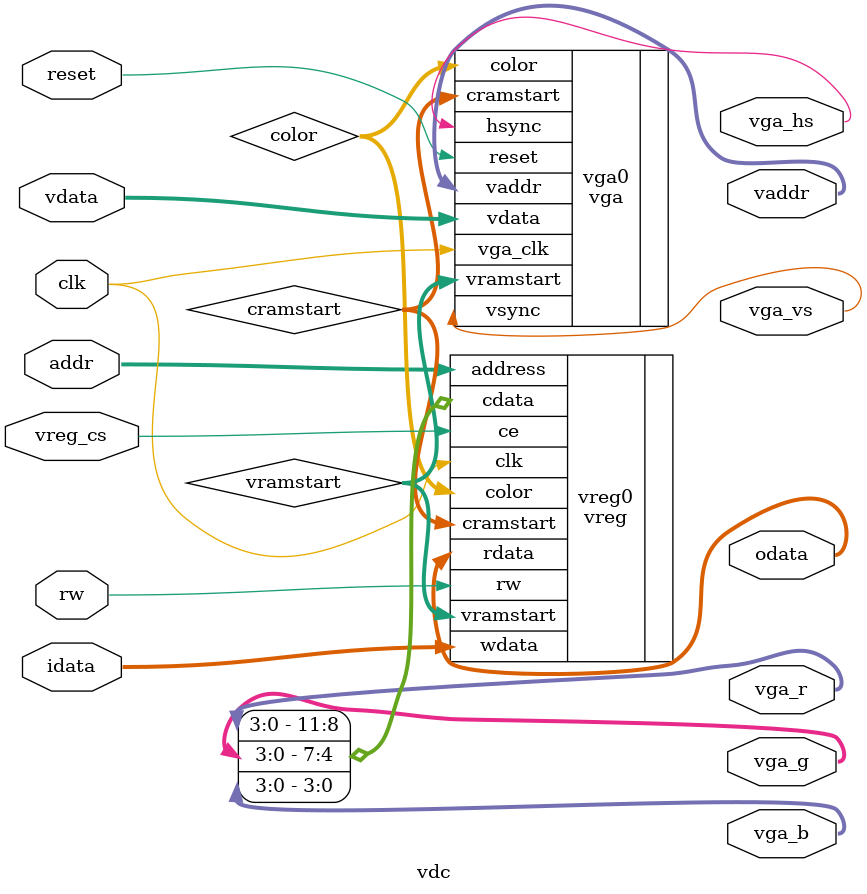
<source format=v>
module vdc(
    input clk,
    input reset,
    input vreg_cs,
    input rw,
    input [5:0] addr,
    input [7:0] idata,
    output [7:0] odata,

    output [23:0] vaddr,
    input [7:0] vdata,
    output [3:0] vga_r,
    output [3:0] vga_g,
    output [3:0] vga_b,
    output vga_hs,
    output vga_vs);

wire [3:0] color;       // VGA color selection
wire [23:0] vramstart;
wire [23:0] cramstart;


vreg vreg0(
    .clk(clk),
    .address(addr[5:0]),
    .vramstart(vramstart),
    .cramstart(cramstart),
    .wdata(idata),
    .color(color),
    .rw(rw),
    .ce(vreg_cs),
    .rdata(odata),
    .cdata({vga_r, vga_g, vga_b}));

vga vga0(
    .vga_clk(clk),
    .reset(reset),
    .vramstart(vramstart),
    .cramstart(cramstart),
    .vdata(vdata),
    .vaddr(vaddr),
    .color(color),
    .hsync(vga_hs),
    .vsync(vga_vs));

endmodule

</source>
